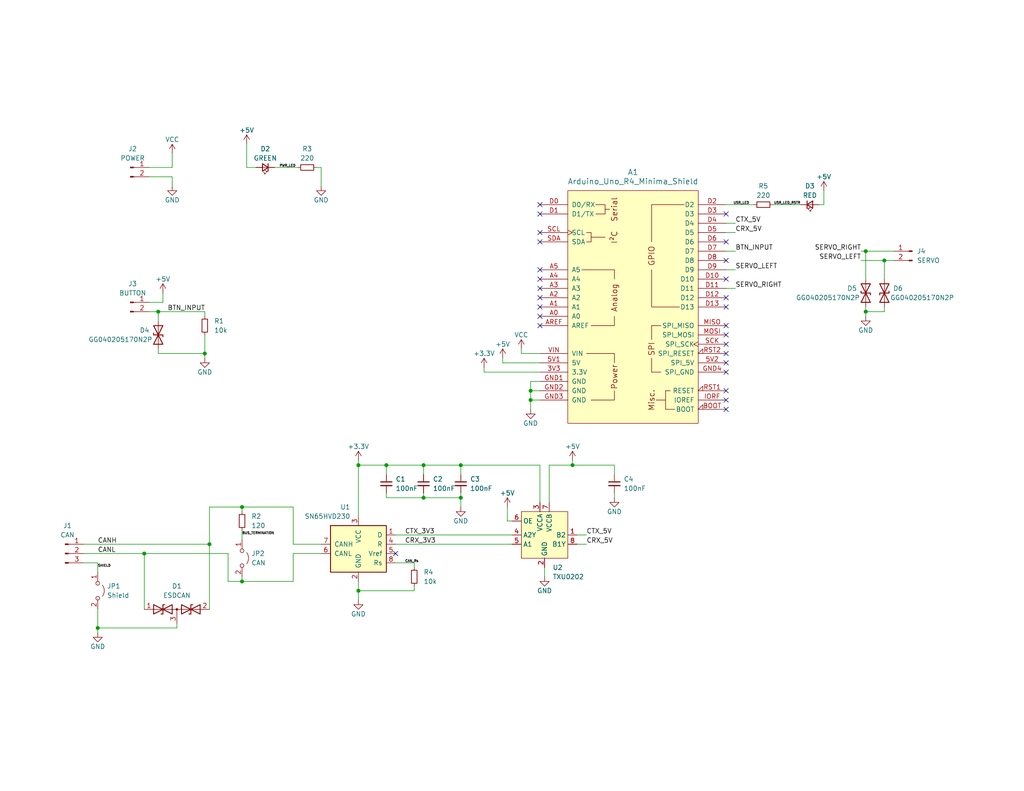
<source format=kicad_sch>
(kicad_sch (version 20230121) (generator eeschema)
  (paper "USLetter")
  (title_block (title "DRS Control Board") (date "2023-11-21") (rev "v1") (company "Sun Devil Motorsports"))
  (lib_symbols
    (symbol "Connector:Conn_01x02_Pin" (pin_names (offset 1.016) hide)
      (property "Reference" "J" (at 0 2.54 0))
      (property "Value" "Conn_01x02_Pin" (at 0 -5.08 0))
      (symbol "Conn_01x02_Pin_1_1"
        (polyline (pts (xy 1.27 -2.54) (xy 0.8636 -2.54)) (stroke (width 0.1524)))
        (polyline (pts (xy 1.27 0) (xy 0.8636 0)) (stroke (width 0.1524)))
        (rectangle (start 0.8636 -2.413) (end 0 -2.667) (stroke (width 0.1524)) (fill (type outline)))
        (rectangle (start 0.8636 0.127) (end 0 -0.127) (stroke (width 0.1524)) (fill (type outline)))
        (pin passive line (at 5.08 0 180) (length 3.81) (name "Pin_1") (number "1"))
        (pin passive line (at 5.08 -2.54 180) (length 3.81) (name "Pin_2") (number "2"))
      )
    )
    (symbol "Connector:Conn_01x03_Pin" (pin_names (offset 1.016) hide)
      (property "Reference" "J" (at 0 5.08 0))
      (property "Value" "Conn_01x03_Pin" (at 0 -5.08 0))
      (symbol "Conn_01x03_Pin_1_1"
        (polyline (pts (xy 1.27 -2.54) (xy 0.8636 -2.54)) (stroke (width 0.1524)))
        (polyline (pts (xy 1.27 0) (xy 0.8636 0)) (stroke (width 0.1524)))
        (polyline (pts (xy 1.27 2.54) (xy 0.8636 2.54)) (stroke (width 0.1524)))
        (rectangle (start 0.8636 -2.413) (end 0 -2.667) (stroke (width 0.1524)) (fill (type outline)))
        (rectangle (start 0.8636 0.127) (end 0 -0.127) (stroke (width 0.1524)) (fill (type outline)))
        (rectangle (start 0.8636 2.667) (end 0 2.413) (stroke (width 0.1524)) (fill (type outline)))
        (pin passive line (at 5.08 2.54 180) (length 3.81) (name "Pin_1") (number "1"))
        (pin passive line (at 5.08 0 180) (length 3.81) (name "Pin_2") (number "2"))
        (pin passive line (at 5.08 -2.54 180) (length 3.81) (name "Pin_3") (number "3"))
      )
    )
    (symbol "Device:C_Small" (pin_numbers hide) (pin_names (offset 0.254) hide)
      (property "Reference" "C" (at 0.254 1.778 0))
      (property "Value" "C_Small" (at 0.254 -2.032 0))
      (symbol "C_Small_0_1"
        (polyline (pts (xy -1.524 -0.508) (xy 1.524 -0.508)) (stroke (width 0.3302)))
        (polyline (pts (xy -1.524 0.508) (xy 1.524 0.508)) (stroke (width 0.3048)))
      )
      (symbol "C_Small_1_1"
        (pin passive line (at 0 2.54 270) (length 2.032) (name "~") (number "1"))
        (pin passive line (at 0 -2.54 90) (length 2.032) (name "~") (number "2"))
      )
    )
    (symbol "Device:D_TVS" (pin_numbers hide) (pin_names (offset 1.016) hide)
      (property "Reference" "D" (at 0 2.54 0))
      (property "Value" "D_TVS" (at 0 -2.54 0))
      (symbol "D_TVS_0_1"
        (polyline (pts (xy 1.27 0) (xy -1.27 0)))
        (polyline (pts (xy 0.508 1.27) (xy 0 1.27) (xy 0 -1.27) (xy -0.508 -1.27)) (stroke (width 0.254)))
        (polyline (pts (xy -2.54 1.27) (xy -2.54 -1.27) (xy 2.54 1.27) (xy 2.54 -1.27) (xy -2.54 1.27)) (stroke (width 0.254)))
      )
      (symbol "D_TVS_1_1"
        (pin passive line (at -3.81 0 0) (length 2.54) (name "A1") (number "1"))
        (pin passive line (at 3.81 0 180) (length 2.54) (name "A2") (number "2"))
      )
    )
    (symbol "Device:D_TVS_Dual_AAC" (pin_names (offset 1.016) hide)
      (property "Reference" "D" (at 0 4.445 0))
      (property "Value" "D_TVS_Dual_AAC" (at 0 2.54 0))
      (symbol "D_TVS_Dual_AAC_0_0"
        (polyline (pts (xy 0 -1.27) (xy 0 0)))
      )
      (symbol "D_TVS_Dual_AAC_0_1"
        (polyline (pts (xy -6.35 0) (xy 6.35 0)))
        (polyline (pts (xy -3.302 1.27) (xy -3.81 1.27) (xy -3.81 -1.27) (xy -4.318 -1.27)) (stroke (width 0.254)))
        (polyline (pts (xy 4.318 1.27) (xy 3.81 1.27) (xy 3.81 -1.27) (xy 3.302 -1.27)) (stroke (width 0.254)))
        (polyline (pts (xy -6.35 1.27) (xy -1.27 -1.27) (xy -1.27 1.27) (xy -6.35 -1.27) (xy -6.35 1.27)) (stroke (width 0.254)))
        (polyline (pts (xy 6.35 1.27) (xy 1.27 -1.27) (xy 1.27 1.27) (xy 6.35 -1.27) (xy 6.35 1.27)) (stroke (width 0.254)))
        (circle (center 0 0) (radius 0.254) (fill (type outline)))
      )
      (symbol "D_TVS_Dual_AAC_1_1"
        (pin passive line (at -8.89 0 0) (length 2.54) (name "A1") (number "1"))
        (pin passive line (at 8.89 0 180) (length 2.54) (name "A2") (number "2"))
        (pin input line (at 0 -3.81 90) (length 2.54) (name "common") (number "3"))
      )
    )
    (symbol "Device:LED_Small" (pin_numbers hide) (pin_names (offset 0.254) hide)
      (property "Reference" "D" (at -1.27 3.175 0))
      (property "Value" "LED_Small" (at -4.445 -2.54 0))
      (symbol "LED_Small_0_1"
        (polyline (pts (xy -0.762 -1.016) (xy -0.762 1.016)) (stroke (width 0.254)))
        (polyline (pts (xy 1.016 0) (xy -0.762 0)))
        (polyline (pts (xy 0.762 -1.016) (xy -0.762 0) (xy 0.762 1.016) (xy 0.762 -1.016)) (stroke (width 0.254)))
        (polyline (pts (xy 0 0.762) (xy -0.508 1.27) (xy -0.254 1.27) (xy -0.508 1.27) (xy -0.508 1.016)))
        (polyline (pts (xy 0.508 1.27) (xy 0 1.778) (xy 0.254 1.778) (xy 0 1.778) (xy 0 1.524)))
      )
      (symbol "LED_Small_1_1"
        (pin passive line (at -2.54 0 0) (length 1.778) (name "K") (number "1"))
        (pin passive line (at 2.54 0 180) (length 1.778) (name "A") (number "2"))
      )
    )
    (symbol "Device:R_Small" (pin_numbers hide) (pin_names (offset 0.254) hide)
      (property "Reference" "R" (at 0.762 0.508 0))
      (property "Value" "R_Small" (at 0.762 -1.016 0))
      (symbol "R_Small_0_1"
        (rectangle (start -0.762 1.778) (end 0.762 -1.778) (stroke (width 0.2032)))
      )
      (symbol "R_Small_1_1"
        (pin passive line (at 0 2.54 270) (length 0.762) (name "~") (number "1"))
        (pin passive line (at 0 -2.54 90) (length 0.762) (name "~") (number "2"))
      )
    )
    (symbol "Interface_CAN_LIN:SN65HVD230" (pin_names (offset 1.016))
      (property "Reference" "U" (at -2.54 10.16 0))
      (property "Value" "SN65HVD230" (at -2.54 7.62 0))
      (symbol "SN65HVD230_0_1"
        (rectangle (start -7.62 5.08) (end 7.62 -7.62) (stroke (width 0.254)) (fill (type background)))
      )
      (symbol "SN65HVD230_1_1"
        (pin input line (at -10.16 2.54 0) (length 2.54) (name "D") (number "1"))
        (pin power_in line (at 0 -10.16 90) (length 2.54) (name "GND") (number "2"))
        (pin power_in line (at 0 7.62 270) (length 2.54) (name "VCC") (number "3"))
        (pin output line (at -10.16 0 0) (length 2.54) (name "R") (number "4"))
        (pin output line (at -10.16 -2.54 0) (length 2.54) (name "Vref") (number "5"))
        (pin bidirectional line (at 10.16 -2.54 180) (length 2.54) (name "CANL") (number "6"))
        (pin bidirectional line (at 10.16 0 180) (length 2.54) (name "CANH") (number "7"))
        (pin input line (at -10.16 -5.08 0) (length 2.54) (name "Rs") (number "8"))
      )
    )
    (symbol "Jumper:Jumper_2_Open" (pin_names (offset 0) hide)
      (property "Reference" "JP" (at 0 2.794 0))
      (property "Value" "Jumper_2_Open" (at 0 -2.286 0))
      (symbol "Jumper_2_Open_0_0"
        (circle (center -2.032 0) (radius 0.508))
        (circle (center 2.032 0) (radius 0.508))
      )
      (symbol "Jumper_2_Open_0_1"
        (arc (start 1.524 1.27) (mid 0 1.778) (end -1.524 1.27))
      )
      (symbol "Jumper_2_Open_1_1"
        (pin passive line (at -5.08 0 0) (length 2.54) (name "A") (number "1"))
        (pin passive line (at 5.08 0 180) (length 2.54) (name "B") (number "2"))
      )
    )
    (symbol "Library:TXU0202"
      (property "Reference" "U" (at 0 6.35 0))
      (property "Value" "TXU0202" (at 0 3.81 0))
      (symbol "TXU0202_1_1"
        (rectangle (start -6.35 -3.81) (end 6.35 -16.51) (fill (type background)))
        (pin input line (at 8.89 -10.16 180) (length 2.54) (name "B2") (number "1"))
        (pin power_in line (at 0 -19.05 90) (length 2.54) (name "GND") (number "2"))
        (pin power_in line (at -1.27 -1.27 270) (length 2.54) (name "VCCA") (number "3"))
        (pin output line (at -8.89 -10.16 0) (length 2.54) (name "A2Y") (number "4"))
        (pin input line (at -8.89 -12.7 0) (length 2.54) (name "A1") (number "5"))
        (pin input line (at -8.89 -6.35 0) (length 2.54) (name "OE") (number "6"))
        (pin power_in line (at 1.27 -1.27 270) (length 2.54) (name "VCCB") (number "7"))
        (pin output line (at 8.89 -12.7 180) (length 2.54) (name "B1Y") (number "8"))
      )
    )
    (symbol "PCM_arduino-library:Arduino_Uno_R4_Minima_Shield" (pin_names (offset 1.016))
      (property "Reference" "A" (at 0 38.1 0))
      (property "Value" "Arduino_Uno_R4_Minima_Shield" (at 0 34.29 0))
      (symbol "Arduino_Uno_R4_Minima_Shield_0_0"
        (rectangle (start -17.78 31.75) (end 17.78 -31.75) (fill (type background)))
        (rectangle (start -12.7 -12.7) (end -5.08 -12.7))
        (rectangle (start -11.43 -25.4) (end -5.08 -25.4))
        (polyline (pts (xy -11.43 19.05) (xy -7.62 19.05)))
        (polyline (pts (xy -7.62 26.67) (xy -6.35 26.67)))
        (polyline (pts (xy -5.08 -25.4) (xy -5.08 -22.86)))
        (polyline (pts (xy -5.08 -13.97) (xy -5.08 -15.24)))
        (polyline (pts (xy -5.08 -12.7) (xy -5.08 -13.97)))
        (polyline (pts (xy -5.08 -2.54) (xy -5.08 -5.08) (xy -11.43 -5.08)))
        (polyline (pts (xy -5.08 7.62) (xy -5.08 10.16) (xy -13.97 10.16)))
        (polyline (pts (xy 5.08 10.16) (xy 5.08 0) (xy 12.7 0)))
        (polyline (pts (xy 5.08 17.78) (xy 5.08 27.94) (xy 13.97 27.94)))
        (polyline (pts (xy -12.7 20.32) (xy -11.43 20.32) (xy -11.43 17.78) (xy -12.7 17.78)))
        (polyline (pts (xy -10.16 27.94) (xy -7.62 27.94) (xy -7.62 25.4) (xy -10.16 25.4)))
        (rectangle (start 5.08 -17.78) (end 5.08 -13.97))
        (rectangle (start 5.08 -17.78) (end 7.62 -17.78))
        (rectangle (start 5.08 -8.89) (end 5.08 -5.08))
        (rectangle (start 7.62 -5.08) (end 5.08 -5.08))
        (rectangle (start 8.89 -27.94) (end 11.43 -27.94))
        (rectangle (start 8.89 -25.4) (end 6.35 -25.4))
        (rectangle (start 8.89 -22.86) (end 8.89 -27.94))
        (rectangle (start 10.16 -22.86) (end 8.89 -22.86))
        (text "Analog" (at -5.08 2.54 900) (effects (font (size 1.524 1.524))))
        (text "I²C" (at -5.08 19.05 900) (effects (font (size 1.524 1.524))))
        (text "Misc." (at 5.08 -25.4 900) (effects (font (size 1.524 1.524))))
        (text "Power" (at -5.08 -19.05 900) (effects (font (size 1.524 1.524))))
        (text "Serial" (at -5.08 26.67 900) (effects (font (size 1.524 1.524))))
        (text "SPI" (at 5.08 -11.43 900) (effects (font (size 1.524 1.524))))
      )
      (symbol "Arduino_Uno_R4_Minima_Shield_1_0"
        (text "GPIO" (at 5.08 13.97 900) (effects (font (size 1.524 1.524))))
      )
      (symbol "Arduino_Uno_R4_Minima_Shield_1_1"
        (pin power_out line (at -25.4 -17.78 0) (length 7.62) (name "3.3V") (number "3V3"))
        (pin power_in line (at -25.4 -15.24 0) (length 7.62) (name "5V") (number "5V1"))
        (pin power_in line (at 25.4 -15.24 180) (length 7.62) (name "SPI_5V") (number "5V2"))
        (pin bidirectional line (at -25.4 -2.54 0) (length 7.62) (name "A0") (number "A0"))
        (pin bidirectional line (at -25.4 0 0) (length 7.62) (name "A1") (number "A1"))
        (pin bidirectional line (at -25.4 2.54 0) (length 7.62) (name "A2") (number "A2"))
        (pin bidirectional line (at -25.4 5.08 0) (length 7.62) (name "A3") (number "A3"))
        (pin bidirectional line (at -25.4 7.62 0) (length 7.62) (name "A4") (number "A4"))
        (pin bidirectional line (at -25.4 10.16 0) (length 7.62) (name "A5") (number "A5"))
        (pin input line (at -25.4 -5.08 0) (length 7.62) (name "AREF") (number "AREF"))
        (pin input input_low (at 25.4 -27.94 180) (length 7.62) (name "BOOT") (number "BOOT"))
        (pin bidirectional line (at -25.4 27.94 0) (length 7.62) (name "D0/RX") (number "D0"))
        (pin bidirectional line (at -25.4 25.4 0) (length 7.62) (name "D1/TX") (number "D1"))
        (pin bidirectional line (at 25.4 7.62 180) (length 7.62) (name "D10") (number "D10"))
        (pin bidirectional line (at 25.4 5.08 180) (length 7.62) (name "D11") (number "D11"))
        (pin bidirectional line (at 25.4 2.54 180) (length 7.62) (name "D12") (number "D12"))
        (pin bidirectional line (at 25.4 0 180) (length 7.62) (name "D13") (number "D13"))
        (pin bidirectional line (at 25.4 27.94 180) (length 7.62) (name "D2") (number "D2"))
        (pin bidirectional line (at 25.4 25.4 180) (length 7.62) (name "D3") (number "D3"))
        (pin bidirectional line (at 25.4 22.86 180) (length 7.62) (name "D4") (number "D4"))
        (pin bidirectional line (at 25.4 20.32 180) (length 7.62) (name "D5") (number "D5"))
        (pin bidirectional line (at 25.4 17.78 180) (length 7.62) (name "D6") (number "D6"))
        (pin bidirectional line (at 25.4 15.24 180) (length 7.62) (name "D7") (number "D7"))
        (pin bidirectional line (at 25.4 12.7 180) (length 7.62) (name "D8") (number "D8"))
        (pin bidirectional line (at 25.4 10.16 180) (length 7.62) (name "D9") (number "D9"))
        (pin power_in line (at -25.4 -20.32 0) (length 7.62) (name "GND") (number "GND1"))
        (pin power_in line (at -25.4 -22.86 0) (length 7.62) (name "GND") (number "GND2"))
        (pin power_in line (at -25.4 -25.4 0) (length 7.62) (name "GND") (number "GND3"))
        (pin power_in line (at 25.4 -17.78 180) (length 7.62) (name "SPI_GND") (number "GND4"))
        (pin output line (at 25.4 -25.4 180) (length 7.62) (name "IOREF") (number "IORF"))
        (pin input line (at 25.4 -5.08 180) (length 7.62) (name "SPI_MISO") (number "MISO"))
        (pin output line (at 25.4 -7.62 180) (length 7.62) (name "SPI_MOSI") (number "MOSI"))
        (pin open_collector input_low (at 25.4 -22.86 180) (length 7.62) (name "RESET") (number "RST1"))
        (pin open_collector input_low (at 25.4 -12.7 180) (length 7.62) (name "SPI_RESET") (number "RST2"))
        (pin output clock (at 25.4 -10.16 180) (length 7.62) (name "SPI_SCK") (number "SCK"))
        (pin bidirectional clock (at -25.4 20.32 0) (length 7.62) (name "SCL") (number "SCL"))
        (pin bidirectional line (at -25.4 17.78 0) (length 7.62) (name "SDA") (number "SDA"))
        (pin power_in line (at -25.4 -12.7 0) (length 7.62) (name "VIN") (number "VIN"))
      )
    )
    (symbol "power:+3.3V" (power) (pin_names (offset 0))
      (property "Value" "+3.3V" (at 0 3.556 0))
      (symbol "+3.3V_0_1"
        (polyline (pts (xy -0.762 1.27) (xy 0 2.54)))
        (polyline (pts (xy 0 0) (xy 0 2.54)))
        (polyline (pts (xy 0 2.54) (xy 0.762 1.27)))
      )
      (symbol "+3.3V_1_1"
        (pin power_in line (at 0 0 90) (length 0) hide (name "+3.3V") (number "1"))
      )
    )
    (symbol "power:+5V" (power) (pin_names (offset 0))
      (property "Value" "+5V" (at 0 3.556 0))
      (symbol "+5V_0_1"
        (polyline (pts (xy -0.762 1.27) (xy 0 2.54)))
        (polyline (pts (xy 0 0) (xy 0 2.54)))
        (polyline (pts (xy 0 2.54) (xy 0.762 1.27)))
      )
      (symbol "+5V_1_1"
        (pin power_in line (at 0 0 90) (length 0) hide (name "+5V") (number "1"))
      )
    )
    (symbol "power:GND" (power) (pin_names (offset 0))
      (property "Value" "GND" (at 0 -3.81 0))
      (symbol "GND_0_1"
        (polyline (pts (xy 0 0) (xy 0 -1.27) (xy 1.27 -1.27) (xy 0 -2.54) (xy -1.27 -1.27) (xy 0 -1.27)))
      )
      (symbol "GND_1_1"
        (pin power_in line (at 0 0 270) (length 0) hide (name "GND") (number "1"))
      )
    )
    (symbol "power:VCC" (power) (pin_names (offset 0))
      (property "Value" "VCC" (at 0 3.81 0))
      (symbol "VCC_0_1"
        (polyline (pts (xy -0.762 1.27) (xy 0 2.54)))
        (polyline (pts (xy 0 0) (xy 0 2.54)))
        (polyline (pts (xy 0 2.54) (xy 0.762 1.27)))
      )
      (symbol "VCC_1_1"
        (pin power_in line (at 0 0 90) (length 0) hide (name "VCC") (number "1"))
      )
    )
  )
  (junction (at 115.57 135.89))
  (junction (at 144.78 109.22))
  (junction (at 115.57 127))
  (junction (at 66.04 158.75))
  (junction (at 241.3 71.12))
  (junction (at 55.88 96.52))
  (junction (at 57.15 148.59))
  (junction (at 156.21 127))
  (junction (at 144.78 106.68))
  (junction (at 97.79 127))
  (junction (at 97.79 161.29))
  (junction (at 39.37 151.13))
  (junction (at 66.04 138.43))
  (junction (at 236.22 85.09))
  (junction (at 43.18 85.09))
  (junction (at 26.67 171.45))
  (junction (at 236.22 68.58))
  (junction (at 125.73 135.89))
  (junction (at 105.41 127))
  (junction (at 125.73 127))
  (no_connect (at 198.12 88.9))
  (no_connect (at 198.12 96.52))
  (no_connect (at 198.12 91.44))
  (no_connect (at 147.32 86.36))
  (no_connect (at 147.32 63.5))
  (no_connect (at 198.12 81.28))
  (no_connect (at 198.12 106.68))
  (no_connect (at 198.12 58.42))
  (no_connect (at 198.12 111.76))
  (no_connect (at 147.32 83.82))
  (no_connect (at 147.32 81.28))
  (no_connect (at 147.32 58.42))
  (no_connect (at 198.12 109.22))
  (no_connect (at 198.12 93.98))
  (no_connect (at 198.12 71.12))
  (no_connect (at 198.12 66.04))
  (no_connect (at 147.32 73.66))
  (no_connect (at 147.32 88.9))
  (no_connect (at 147.32 66.04))
  (no_connect (at 147.32 78.74))
  (no_connect (at 198.12 99.06))
  (no_connect (at 198.12 76.2))
  (no_connect (at 147.32 76.2))
  (no_connect (at 198.12 101.6))
  (no_connect (at 198.12 83.82))
  (no_connect (at 107.95 151.13))
  (no_connect (at 147.32 55.88))
  (wire (pts (xy 115.57 135.89) (xy 125.73 135.89)))
  (wire (pts (xy 147.32 104.14) (xy 144.78 104.14)))
  (wire (pts (xy 234.95 68.58) (xy 236.22 68.58)))
  (wire (pts (xy 39.37 151.13) (xy 39.37 166.37)))
  (wire (pts (xy 26.67 156.21) (xy 26.67 153.67)))
  (wire (pts (xy 26.67 153.67) (xy 22.86 153.67)))
  (wire (pts (xy 97.79 125.73) (xy 97.79 127)))
  (wire (pts (xy 167.64 127) (xy 167.64 129.54)))
  (wire (pts (xy 107.95 148.59) (xy 139.7 148.59)))
  (wire (pts (xy 241.3 71.12) (xy 243.84 71.12)))
  (wire (pts (xy 97.79 127) (xy 105.41 127)))
  (wire (pts (xy 198.12 68.58) (xy 200.66 68.58)))
  (wire (pts (xy 144.78 106.68) (xy 144.78 109.22)))
  (wire (pts (xy 39.37 151.13) (xy 62.23 151.13)))
  (wire (pts (xy 148.59 154.94) (xy 148.59 157.48)))
  (wire (pts (xy 107.95 153.67) (xy 113.03 153.67)))
  (wire (pts (xy 80.01 151.13) (xy 87.63 151.13)))
  (wire (pts (xy 66.04 158.75) (xy 66.04 157.48)))
  (wire (pts (xy 97.79 161.29) (xy 97.79 163.83)))
  (wire (pts (xy 55.88 96.52) (xy 55.88 97.79)))
  (wire (pts (xy 105.41 129.54) (xy 105.41 127)))
  (wire (pts (xy 138.43 142.24) (xy 139.7 142.24)))
  (wire (pts (xy 142.24 96.52) (xy 147.32 96.52)))
  (wire (pts (xy 57.15 138.43) (xy 66.04 138.43)))
  (wire (pts (xy 113.03 153.67) (xy 113.03 154.94)))
  (wire (pts (xy 198.12 63.5) (xy 200.66 63.5)))
  (wire (pts (xy 105.41 134.62) (xy 105.41 135.89)))
  (wire (pts (xy 147.32 127) (xy 147.32 137.16)))
  (wire (pts (xy 157.48 148.59) (xy 160.02 148.59)))
  (wire (pts (xy 67.31 39.37) (xy 67.31 45.72)))
  (wire (pts (xy 66.04 158.75) (xy 80.01 158.75)))
  (wire (pts (xy 144.78 109.22) (xy 147.32 109.22)))
  (wire (pts (xy 157.48 146.05) (xy 160.02 146.05)))
  (wire (pts (xy 105.41 135.89) (xy 115.57 135.89)))
  (wire (pts (xy 125.73 127) (xy 125.73 129.54)))
  (wire (pts (xy 147.32 101.6) (xy 132.08 101.6)))
  (wire (pts (xy 236.22 68.58) (xy 236.22 76.2)))
  (wire (pts (xy 80.01 148.59) (xy 80.01 138.43)))
  (wire (pts (xy 87.63 148.59) (xy 80.01 148.59)))
  (wire (pts (xy 66.04 138.43) (xy 66.04 139.7)))
  (wire (pts (xy 167.64 134.62) (xy 167.64 135.89)))
  (wire (pts (xy 144.78 104.14) (xy 144.78 106.68)))
  (wire (pts (xy 113.03 161.29) (xy 113.03 160.02)))
  (wire (pts (xy 236.22 83.82) (xy 236.22 85.09)))
  (wire (pts (xy 80.01 158.75) (xy 80.01 151.13)))
  (wire (pts (xy 198.12 55.88) (xy 205.74 55.88)))
  (wire (pts (xy 156.21 125.73) (xy 156.21 127)))
  (wire (pts (xy 137.16 99.06) (xy 137.16 97.79)))
  (wire (pts (xy 147.32 99.06) (xy 137.16 99.06)))
  (wire (pts (xy 67.31 45.72) (xy 69.85 45.72)))
  (wire (pts (xy 40.64 85.09) (xy 43.18 85.09)))
  (wire (pts (xy 138.43 138.43) (xy 138.43 142.24)))
  (wire (pts (xy 115.57 127) (xy 125.73 127)))
  (wire (pts (xy 149.86 127) (xy 149.86 137.16)))
  (wire (pts (xy 236.22 68.58) (xy 243.84 68.58)))
  (wire (pts (xy 43.18 95.25) (xy 43.18 96.52)))
  (wire (pts (xy 22.86 148.59) (xy 57.15 148.59)))
  (wire (pts (xy 125.73 135.89) (xy 125.73 138.43)))
  (wire (pts (xy 48.26 171.45) (xy 48.26 170.18)))
  (wire (pts (xy 144.78 111.76) (xy 144.78 109.22)))
  (wire (pts (xy 97.79 161.29) (xy 113.03 161.29)))
  (wire (pts (xy 66.04 144.78) (xy 66.04 147.32)))
  (wire (pts (xy 125.73 127) (xy 147.32 127)))
  (wire (pts (xy 149.86 127) (xy 156.21 127)))
  (wire (pts (xy 40.64 82.55) (xy 44.45 82.55)))
  (wire (pts (xy 55.88 86.36) (xy 55.88 85.09)))
  (wire (pts (xy 26.67 171.45) (xy 26.67 172.72)))
  (wire (pts (xy 147.32 106.68) (xy 144.78 106.68)))
  (wire (pts (xy 97.79 158.75) (xy 97.79 161.29)))
  (wire (pts (xy 132.08 101.6) (xy 132.08 100.33)))
  (wire (pts (xy 66.04 138.43) (xy 80.01 138.43)))
  (wire (pts (xy 198.12 78.74) (xy 200.66 78.74)))
  (wire (pts (xy 142.24 95.25) (xy 142.24 96.52)))
  (wire (pts (xy 26.67 171.45) (xy 48.26 171.45)))
  (wire (pts (xy 43.18 85.09) (xy 43.18 87.63)))
  (wire (pts (xy 40.64 45.72) (xy 46.99 45.72)))
  (wire (pts (xy 87.63 50.8) (xy 87.63 45.72)))
  (wire (pts (xy 44.45 80.01) (xy 44.45 82.55)))
  (wire (pts (xy 46.99 48.26) (xy 40.64 48.26)))
  (wire (pts (xy 236.22 85.09) (xy 236.22 86.36)))
  (wire (pts (xy 198.12 60.96) (xy 200.66 60.96)))
  (wire (pts (xy 43.18 96.52) (xy 55.88 96.52)))
  (wire (pts (xy 74.93 45.72) (xy 81.28 45.72)))
  (wire (pts (xy 87.63 45.72) (xy 86.36 45.72)))
  (wire (pts (xy 57.15 148.59) (xy 57.15 138.43)))
  (wire (pts (xy 234.95 71.12) (xy 241.3 71.12)))
  (wire (pts (xy 26.67 166.37) (xy 26.67 171.45)))
  (wire (pts (xy 57.15 148.59) (xy 57.15 166.37)))
  (wire (pts (xy 218.44 55.88) (xy 210.82 55.88)))
  (wire (pts (xy 107.95 146.05) (xy 139.7 146.05)))
  (wire (pts (xy 156.21 127) (xy 167.64 127)))
  (wire (pts (xy 43.18 85.09) (xy 55.88 85.09)))
  (wire (pts (xy 224.79 52.07) (xy 224.79 55.88)))
  (wire (pts (xy 97.79 127) (xy 97.79 140.97)))
  (wire (pts (xy 224.79 55.88) (xy 223.52 55.88)))
  (wire (pts (xy 241.3 71.12) (xy 241.3 76.2)))
  (wire (pts (xy 198.12 73.66) (xy 200.66 73.66)))
  (wire (pts (xy 236.22 85.09) (xy 241.3 85.09)))
  (wire (pts (xy 62.23 158.75) (xy 66.04 158.75)))
  (wire (pts (xy 22.86 151.13) (xy 39.37 151.13)))
  (wire (pts (xy 115.57 134.62) (xy 115.57 135.89)))
  (wire (pts (xy 46.99 50.8) (xy 46.99 48.26)))
  (wire (pts (xy 125.73 134.62) (xy 125.73 135.89)))
  (wire (pts (xy 62.23 151.13) (xy 62.23 158.75)))
  (wire (pts (xy 55.88 91.44) (xy 55.88 96.52)))
  (wire (pts (xy 115.57 127) (xy 105.41 127)))
  (wire (pts (xy 46.99 45.72) (xy 46.99 41.91)))
  (wire (pts (xy 241.3 85.09) (xy 241.3 83.82)))
  (wire (pts (xy 115.57 129.54) (xy 115.57 127)))
  (label "PWR_LED" (at 76.2 45.72 0) (effects (font (size 0.65 0.65))))
  (label "BTN_INPUT" (at 45.72 85.09 0))
  (label "USR_LED_RSTR" (at 218.44 55.88 180) (effects (font (size 0.65 0.65))))
  (label "SERVO_RIGHT" (at 200.66 78.74 0))
  (label "CTX_3V3" (at 110.49 146.05 0))
  (label "CTX_5V" (at 160.02 146.05 0))
  (label "CANH" (at 26.67 148.59 0))
  (label "CANL" (at 26.67 151.13 0))
  (label "BTN_INPUT" (at 200.66 68.58 0))
  (label "CRX_5V" (at 160.02 148.59 0))
  (label "USR_LED" (at 204.47 55.88 180) (effects (font (size 0.65 0.65))))
  (label "BUS_TERMINATION" (at 66.04 146.05 0) (effects (font (size 0.65 0.65))))
  (label "SERVO_LEFT" (at 200.66 73.66 0))
  (label "SERVO_LEFT" (at 234.95 71.12 180))
  (label "CRX_3V3" (at 110.49 148.59 0))
  (label "CTX_5V" (at 200.66 60.96 0))
  (label "CAN_Rs" (at 110.49 153.67 0) (effects (font (size 0.65 0.65))))
  (label "SERVO_RIGHT" (at 234.95 68.58 180))
  (label "SHIELD" (at 26.67 154.94 0) (effects (font (size 0.65 0.65))))
  (label "CRX_5V" (at 200.66 63.5 0))
  (symbol (lib_id "Device:R_Small") (at 83.82 45.72 90) (unit 1)
    (property "Reference" "R3" (at 83.82 40.64 90))
    (property "Value" "220" (at 83.82 43.18 90))
    (property "Footprint" "Resistor_SMD:R_0805_2012Metric" (effects hide))
  )
  (symbol (lib_id "power:GND") (at 125.73 138.43 0) (unit 1)
    (property "Reference" "#PWR010" (effects hide))
    (property "Value" "GND" (at 125.73 142.24 0))
  )
  (symbol (lib_id "Device:D_TVS_Dual_AAC") (at 48.26 166.37 0) (unit 1)
    (property "Reference" "D1" (at 48.26 160.02 0))
    (property "Value" "ESDCAN" (at 48.26 162.56 0))
    (property "Footprint" "Package_TO_SOT_SMD:SOT-323_SC-70" (effects hide))
  )
  (symbol (lib_id "power:+3.3V") (at 97.79 125.73 0) (unit 1)
    (property "Reference" "#PWR08" (effects hide))
    (property "Value" "+3.3V" (at 97.79 121.92 0))
  )
  (symbol (lib_id "power:GND") (at 236.22 86.36 0) (unit 1)
    (property "Reference" "#PWR020" (effects hide))
    (property "Value" "GND" (at 236.22 90.17 0))
  )
  (symbol (lib_id "power:GND") (at 97.79 163.83 0) (unit 1)
    (property "Reference" "#PWR09" (effects hide))
    (property "Value" "GND" (at 97.79 167.64 0))
  )
  (symbol (lib_id "Device:C_Small") (at 125.73 132.08 0) (unit 1)
    (property "Reference" "C3" (at 128.27 130.8163 0) (effects (justify left)))
    (property "Value" "100nF" (at 128.27 133.3563 0) (effects (justify left)))
    (property "Footprint" "Capacitor_SMD:C_0402_1005Metric" (effects hide))
  )
  (symbol (lib_id "power:GND") (at 46.99 50.8 0) (unit 1)
    (property "Reference" "#PWR04" (effects hide))
    (property "Value" "GND" (at 46.99 54.61 0))
  )
  (symbol (lib_id "power:VCC") (at 46.99 41.91 0) (unit 1)
    (property "Reference" "#PWR03" (effects hide))
    (property "Value" "VCC" (at 46.99 38.1 0))
  )
  (symbol (lib_id "Interface_CAN_LIN:SN65HVD230") (at 97.79 148.59 0) (mirror y) (unit 1)
    (property "Reference" "U1" (at 95.5959 138.43 0) (effects (justify left)))
    (property "Value" "SN65HVD230" (at 95.5959 140.97 0) (effects (justify left)))
    (property "Footprint" "Package_SO:SOIC-8_3.9x4.9mm_P1.27mm" (effects hide))
    (property "Datasheet" "http://www.ti.com/lit/ds/symlink/sn65hvd230.pdf" (effects hide))
  )
  (symbol (lib_id "power:VCC") (at 142.24 95.25 0) (unit 1)
    (property "Reference" "#PWR014" (effects hide))
    (property "Value" "VCC" (at 142.24 91.44 0))
  )
  (symbol (lib_id "Device:D_TVS") (at 241.3 80.01 270) (mirror x) (unit 1)
    (property "Reference" "D6" (at 246.38 78.74 90) (effects (justify right)))
    (property "Value" "GG040205170N2P" (at 260.35 81.28 90) (effects (justify right)))
    (property "Footprint" "Diode_SMD:D_0402_1005Metric" (effects hide))
  )
  (symbol (lib_id "power:GND") (at 26.67 172.72 0) (unit 1)
    (property "Reference" "#PWR01" (effects hide))
    (property "Value" "GND" (at 26.67 176.53 0))
  )
  (symbol (lib_id "Device:R_Small") (at 113.03 157.48 0) (unit 1)
    (property "Reference" "R4" (at 115.57 156.21 0) (effects (justify left)))
    (property "Value" "10k" (at 115.57 158.75 0) (effects (justify left)))
    (property "Footprint" "Resistor_SMD:R_1206_3216Metric" (effects hide))
  )
  (symbol (lib_id "power:GND") (at 148.59 157.48 0) (unit 1)
    (property "Reference" "#PWR016" (effects hide))
    (property "Value" "GND" (at 148.59 161.29 0))
  )
  (symbol (lib_id "power:+3.3V") (at 132.08 100.33 0) (unit 1)
    (property "Reference" "#PWR011" (effects hide))
    (property "Value" "+3.3V" (at 132.08 96.52 0))
  )
  (symbol (lib_id "Device:C_Small") (at 105.41 132.08 0) (unit 1)
    (property "Reference" "C1" (at 107.95 130.8163 0) (effects (justify left)))
    (property "Value" "100nF" (at 107.95 133.3563 0) (effects (justify left)))
    (property "Footprint" "Capacitor_SMD:C_0402_1005Metric" (effects hide))
  )
  (symbol (lib_id "power:GND") (at 87.63 50.8 0) (unit 1)
    (property "Reference" "#PWR07" (effects hide))
    (property "Value" "GND" (at 87.63 54.61 0))
  )
  (symbol (lib_id "power:GND") (at 144.78 111.76 0) (unit 1)
    (property "Reference" "#PWR015" (effects hide))
    (property "Value" "GND" (at 144.78 115.57 0))
  )
  (symbol (lib_id "PCM_arduino-library:Arduino_Uno_R4_Minima_Shield") (at 172.72 83.82 0) (unit 1)
    (property "Reference" "A1" (at 172.72 46.99 0) (effects (font (size 1.524 1.524))))
    (property "Value" "Arduino_Uno_R4_Minima_Shield" (at 172.72 49.53 0) (effects (font (size 1.524 1.524))))
    (property "Footprint" "PCM_arduino-library:Arduino_Uno_R4_Minima_Shield" (effects hide))
    (property "Datasheet" "https://docs.arduino.cc/hardware/uno-r4-minima" (effects hide))
  )
  (symbol (lib_id "power:+5V") (at 137.16 97.79 0) (unit 1)
    (property "Reference" "#PWR012" (effects hide))
    (property "Value" "+5V" (at 137.16 93.98 0))
  )
  (symbol (lib_id "power:GND") (at 55.88 97.79 0) (unit 1)
    (property "Reference" "#PWR05" (effects hide))
    (property "Value" "GND" (at 55.88 101.6 0))
  )
  (symbol (lib_id "Connector:Conn_01x02_Pin") (at 35.56 45.72 0) (unit 1)
    (property "Reference" "J2" (at 36.195 40.64 0))
    (property "Value" "POWER" (at 36.195 43.18 0))
    (property "Footprint" "Connector_JST:JST_XH_B2B-XH-AM_1x02_P2.50mm_Vertical" (effects hide))
  )
  (symbol (lib_id "Device:C_Small") (at 115.57 132.08 0) (unit 1)
    (property "Reference" "C2" (at 118.11 130.8163 0) (effects (justify left)))
    (property "Value" "100nF" (at 118.11 133.3563 0) (effects (justify left)))
    (property "Footprint" "Capacitor_SMD:C_0402_1005Metric" (effects hide))
  )
  (symbol (lib_id "power:+5V") (at 156.21 125.73 0) (mirror y) (unit 1)
    (property "Reference" "#PWR017" (effects hide))
    (property "Value" "+5V" (at 156.21 121.92 0))
  )
  (symbol (lib_id "Connector:Conn_01x02_Pin") (at 248.92 68.58 0) (mirror y) (unit 1)
    (property "Reference" "J4" (at 250.19 68.58 0) (effects (justify right)))
    (property "Value" "SERVO" (at 250.19 71.12 0) (effects (justify right)))
    (property "Footprint" "Connector_JST:JST_XH_B2B-XH-AM_1x02_P2.50mm_Vertical" (effects hide))
  )
  (symbol (lib_id "power:+5V") (at 224.79 52.07 0) (mirror y) (unit 1)
    (property "Reference" "#PWR019" (effects hide))
    (property "Value" "+5V" (at 224.79 48.26 0))
  )
  (symbol (lib_id "power:+5V") (at 44.45 80.01 0) (unit 1)
    (property "Reference" "#PWR02" (effects hide))
    (property "Value" "+5V" (at 44.45 76.2 0))
  )
  (symbol (lib_id "Device:D_TVS") (at 236.22 80.01 90) (unit 1)
    (property "Reference" "D5" (at 231.14 78.74 90) (effects (justify right)))
    (property "Value" "GG040205170N2P" (at 217.17 81.28 90) (effects (justify right)))
    (property "Footprint" "Diode_SMD:D_0402_1005Metric" (effects hide))
  )
  (symbol (lib_id "Device:D_TVS") (at 43.18 91.44 90) (unit 1)
    (property "Reference" "D4" (at 38.1 90.17 90) (effects (justify right)))
    (property "Value" "GG040205170N2P" (at 24.13 92.71 90) (effects (justify right)))
    (property "Footprint" "Diode_SMD:D_0402_1005Metric" (effects hide))
  )
  (symbol (lib_id "Device:C_Small") (at 167.64 132.08 0) (unit 1)
    (property "Reference" "C4" (at 170.18 130.8163 0) (effects (justify left)))
    (property "Value" "100nF" (at 170.18 133.3563 0) (effects (justify left)))
    (property "Footprint" "Capacitor_SMD:C_0402_1005Metric" (effects hide))
  )
  (symbol (lib_id "Library:TXU0202") (at 148.59 135.89 0) (unit 1)
    (property "Reference" "U2" (at 150.7841 154.94 0) (effects (justify left)))
    (property "Value" "TXU0202" (at 150.7841 157.48 0) (effects (justify left)))
    (property "Footprint" "Package_SO:VSSOP-8_2.3x2mm_P0.5mm" (effects hide))
  )
  (symbol (lib_id "power:GND") (at 167.64 135.89 0) (unit 1)
    (property "Reference" "#PWR018" (effects hide))
    (property "Value" "GND" (at 167.64 139.7 0))
  )
  (symbol (lib_id "power:+5V") (at 67.31 39.37 0) (unit 1)
    (property "Reference" "#PWR06" (effects hide))
    (property "Value" "+5V" (at 67.31 35.56 0))
  )
  (symbol (lib_id "Device:R_Small") (at 55.88 88.9 0) (unit 1)
    (property "Reference" "R1" (at 58.42 87.63 0) (effects (justify left)))
    (property "Value" "10k" (at 58.42 90.17 0) (effects (justify left)))
    (property "Footprint" "Resistor_SMD:R_1206_3216Metric" (effects hide))
  )
  (symbol (lib_id "Connector:Conn_01x03_Pin") (at 17.78 151.13 0) (unit 1)
    (property "Reference" "J1" (at 18.415 143.51 0))
    (property "Value" "CAN" (at 18.415 146.05 0))
    (property "Footprint" "Connector_JST:JST_XH_B3B-XH-AM_1x03_P2.50mm_Vertical" (effects hide))
  )
  (symbol (lib_id "Device:LED_Small") (at 220.98 55.88 0) (mirror x) (unit 1)
    (property "Reference" "D3" (at 220.98 50.8 0))
    (property "Value" "RED" (at 220.98 53.34 0))
    (property "Footprint" "LED_SMD:LED_1206_3216Metric" (effects hide))
  )
  (symbol (lib_id "Device:R_Small") (at 208.28 55.88 270) (mirror x) (unit 1)
    (property "Reference" "R5" (at 208.28 50.8 90))
    (property "Value" "220" (at 208.28 53.34 90))
    (property "Footprint" "Resistor_SMD:R_0805_2012Metric" (effects hide))
  )
  (symbol (lib_id "Device:R_Small") (at 66.04 142.24 0) (unit 1)
    (property "Reference" "R2" (at 68.58 140.97 0) (effects (justify left)))
    (property "Value" "120" (at 68.58 143.51 0) (effects (justify left)))
    (property "Footprint" "Resistor_SMD:R_0603_1608Metric" (effects hide))
  )
  (symbol (lib_id "Connector:Conn_01x02_Pin") (at 35.56 82.55 0) (unit 1)
    (property "Reference" "J3" (at 36.195 77.47 0))
    (property "Value" "BUTTON" (at 36.195 80.01 0))
    (property "Footprint" "Connector_JST:JST_XH_B2B-XH-AM_1x02_P2.50mm_Vertical" (effects hide))
  )
  (symbol (lib_id "Jumper:Jumper_2_Open") (at 26.67 161.29 270) (unit 1)
    (property "Reference" "JP1" (at 29.21 160.02 90) (effects (justify left)))
    (property "Value" "Shield" (at 29.21 162.56 90) (effects (justify left)))
    (property "Footprint" "Connector_PinHeader_2.54mm:PinHeader_1x02_P2.54mm_Vertical" (effects hide))
  )
  (symbol (lib_id "power:+5V") (at 138.43 138.43 0) (mirror y) (unit 1)
    (property "Reference" "#PWR013" (effects hide))
    (property "Value" "+5V" (at 138.43 134.62 0))
  )
  (symbol (lib_id "Jumper:Jumper_2_Open") (at 66.04 152.4 270) (unit 1)
    (property "Reference" "JP2" (at 68.58 151.13 90) (effects (justify left)))
    (property "Value" "CAN" (at 68.58 153.67 90) (effects (justify left)))
    (property "Footprint" "Connector_PinHeader_2.54mm:PinHeader_1x02_P2.54mm_Vertical" (effects hide))
  )
  (symbol (lib_id "Device:LED_Small") (at 72.39 45.72 180) (unit 1)
    (property "Reference" "D2" (at 72.39 40.64 0))
    (property "Value" "GREEN" (at 72.39 43.18 0))
    (property "Footprint" "LED_SMD:LED_1206_3216Metric" (effects hide))
  )
)
</source>
